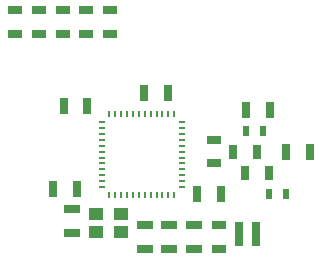
<source format=gbr>
%TF.GenerationSoftware,KiCad,Pcbnew,5.1.9-1.fc33*%
%TF.CreationDate,2021-03-04T20:35:35+03:00*%
%TF.ProjectId,CC2420_module,43433234-3230-45f6-9d6f-64756c652e6b,rev?*%
%TF.SameCoordinates,Original*%
%TF.FileFunction,Paste,Top*%
%TF.FilePolarity,Positive*%
%FSLAX46Y46*%
G04 Gerber Fmt 4.6, Leading zero omitted, Abs format (unit mm)*
G04 Created by KiCad (PCBNEW 5.1.9-1.fc33) date 2021-03-04 20:35:35*
%MOMM*%
%LPD*%
G01*
G04 APERTURE LIST*
%ADD10R,1.300000X0.700000*%
%ADD11R,1.400000X0.800000*%
%ADD12R,1.200000X1.000000*%
%ADD13R,0.800000X1.400000*%
%ADD14O,0.600000X0.240000*%
%ADD15O,0.240000X0.600000*%
%ADD16R,0.700000X2.000000*%
%ADD17R,0.600000X0.900000*%
%ADD18R,0.700000X1.300000*%
G04 APERTURE END LIST*
D10*
%TO.C,R6*%
X197500000Y-87900000D03*
X197500000Y-85900000D03*
%TD*%
D11*
%TO.C,C5*%
X193350000Y-87900000D03*
X193350000Y-85900000D03*
%TD*%
D12*
%TO.C,BQ1*%
X189275000Y-86475000D03*
X189275000Y-84925000D03*
X187125000Y-86475000D03*
X187125000Y-84925000D03*
%TD*%
D11*
%TO.C,C1*%
X191300000Y-85900000D03*
X191300000Y-87900000D03*
%TD*%
%TO.C,C2*%
X185100000Y-84500000D03*
X185100000Y-86500000D03*
%TD*%
D13*
%TO.C,C3*%
X195700000Y-83200000D03*
X197700000Y-83200000D03*
%TD*%
D11*
%TO.C,C4*%
X195450000Y-85900000D03*
X195450000Y-87900000D03*
%TD*%
D13*
%TO.C,C6*%
X191200000Y-74700000D03*
X193200000Y-74700000D03*
%TD*%
%TO.C,C7*%
X185500000Y-82800000D03*
X183500000Y-82800000D03*
%TD*%
%TO.C,C8*%
X184400000Y-75800000D03*
X186400000Y-75800000D03*
%TD*%
D14*
%TO.C,DA1*%
X194400000Y-82650000D03*
X194400000Y-82150000D03*
X194400000Y-81650000D03*
X194400000Y-81150000D03*
X194400000Y-80650000D03*
X194400000Y-80150000D03*
X194400000Y-79650000D03*
X194400000Y-79150000D03*
X194400000Y-78650000D03*
X194400000Y-78150000D03*
X194400000Y-77650000D03*
X194400000Y-77150000D03*
D15*
X193750000Y-76500000D03*
X193250000Y-76500000D03*
X192750000Y-76500000D03*
X192250000Y-76500000D03*
X191750000Y-76500000D03*
X191250000Y-76500000D03*
X190750000Y-76500000D03*
X190250000Y-76500000D03*
X189750000Y-76500000D03*
X189250000Y-76500000D03*
X188750000Y-76500000D03*
X188250000Y-76500000D03*
D14*
X187600000Y-77150000D03*
X187600000Y-77650000D03*
X187600000Y-78150000D03*
X187600000Y-78650000D03*
X187600000Y-79150000D03*
X187600000Y-79650000D03*
X187600000Y-80150000D03*
X187600000Y-80650000D03*
X187600000Y-81150000D03*
X187600000Y-81650000D03*
X187600000Y-82150000D03*
X187600000Y-82650000D03*
D15*
X188250000Y-83300000D03*
X188750000Y-83300000D03*
X189250000Y-83300000D03*
X189750000Y-83300000D03*
X190250000Y-83300000D03*
X190750000Y-83300000D03*
X191250000Y-83300000D03*
X191750000Y-83300000D03*
X192250000Y-83300000D03*
X192750000Y-83300000D03*
X193250000Y-83300000D03*
X193750000Y-83300000D03*
%TD*%
D16*
%TO.C,KT1*%
X200700000Y-86600000D03*
%TD*%
%TO.C,KT2*%
X199200000Y-86600000D03*
%TD*%
D10*
%TO.C,R1*%
X184300000Y-69700000D03*
X184300000Y-67700000D03*
%TD*%
%TO.C,R2*%
X186300000Y-67700000D03*
X186300000Y-69700000D03*
%TD*%
%TO.C,R3*%
X182300000Y-69700000D03*
X182300000Y-67700000D03*
%TD*%
%TO.C,R4*%
X188300000Y-67700000D03*
X188300000Y-69700000D03*
%TD*%
%TO.C,R5*%
X180300000Y-69700000D03*
X180300000Y-67700000D03*
%TD*%
D17*
%TO.C,C9*%
X199800000Y-77900000D03*
X201300000Y-77900000D03*
%TD*%
%TO.C,C10*%
X203250000Y-83250000D03*
X201750000Y-83250000D03*
%TD*%
D13*
%TO.C,C11*%
X199850000Y-76150000D03*
X201850000Y-76150000D03*
%TD*%
%TO.C,C12*%
X205250000Y-79650000D03*
X203250000Y-79650000D03*
%TD*%
D10*
%TO.C,L1*%
X197100000Y-78650000D03*
X197100000Y-80650000D03*
%TD*%
D18*
%TO.C,L2*%
X199750000Y-81500000D03*
X201750000Y-81500000D03*
%TD*%
%TO.C,L3*%
X198750000Y-79650000D03*
X200750000Y-79650000D03*
%TD*%
M02*

</source>
